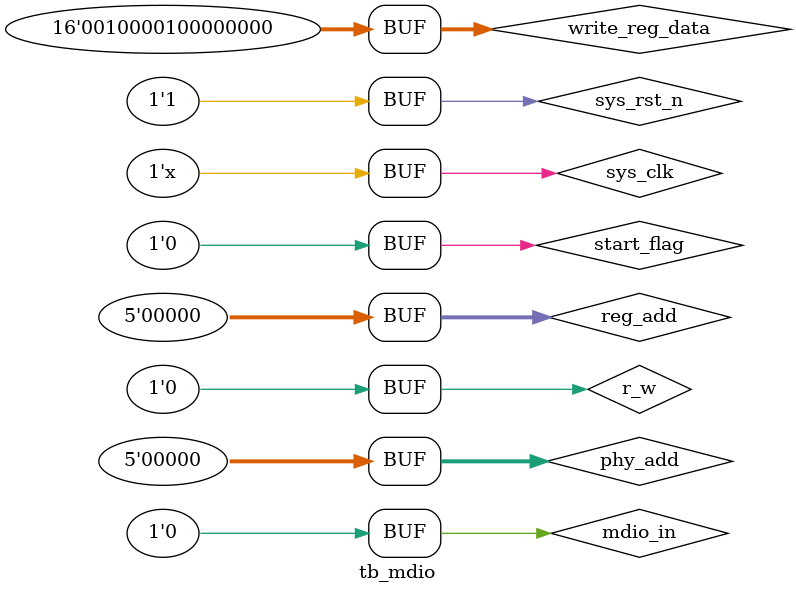
<source format=v>
module tb_mdio();

reg			sys_clk;
reg			sys_rst_n;
reg			start_flag;
reg			r_w;
reg[4:0]	phy_add;
reg[4:0]	reg_add;
reg[15:0]	write_reg_data;
reg			mdio_in;

wire[15:0]	read_reg_data;
wire		mdio_en;
wire		mdio_o;
wire		mdc;

initial begin
	sys_clk = 1;
	sys_rst_n = 1;
	start_flag = 0;
	r_w = 0;
	phy_add = 0;
	reg_add = 0;
	write_reg_data = 0;
	mdio_in = 0;
	#20;
	start_flag = 1;
	r_w = 0;
	phy_add = 0;
	reg_add = 0;
	write_reg_data = 16'b0010_0001_0000_0000;
	#20;
	start_flag = 0;
end

always #10 sys_clk = ~ sys_clk;

mdio mdio_inst
(
	.sys_clk		(sys_clk),    
	.sys_rst_n		(sys_rst_n),
	.start_flag		(start_flag),
	.r_w			(r_w),
	.phy_add		(phy_add),
	.reg_add		(reg_add),
	.write_reg_data (write_reg_data),
	.mdio_in		(mdio_in),

	.read_reg_data	(read_reg_data),
	.mdio_en		(mdio_en),
	.mdio_o			(mdio_o),
	.mdc			(mdc)
);


endmodule
</source>
